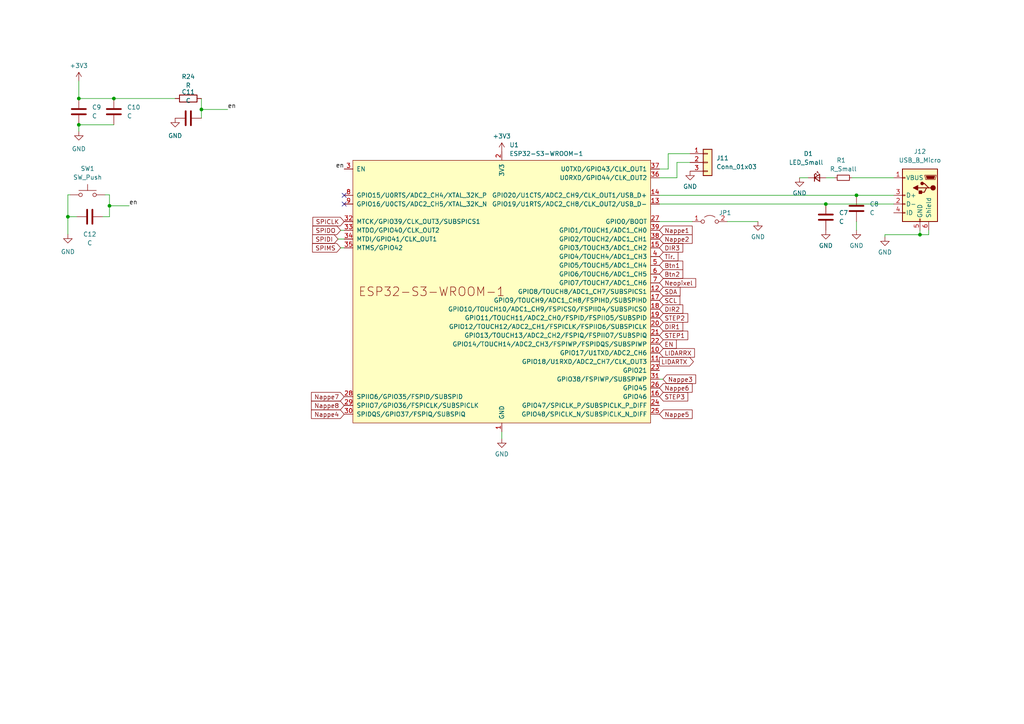
<source format=kicad_sch>
(kicad_sch (version 20230121) (generator eeschema)
  (paper "A4")
  (lib_symbols
    (symbol "Connector:USB_B_Micro" (pin_names (offset 1.016))
      (property "Reference" "J" (at -5.08 11.43 0))
      (property "Value" "USB_B_Micro" (at -5.08 8.89 0))
      (symbol "USB_B_Micro_0_1"
        (rectangle (start -5.08 -7.62) (end 5.08 7.62) (stroke (width 0.254)) (fill (type background)))
        (circle (center -3.81 2.159) (radius 0.635) (stroke (width 0.254)) (fill (type outline)))
        (circle (center -0.635 3.429) (radius 0.381) (stroke (width 0.254)) (fill (type outline)))
        (rectangle (start -0.127 -7.62) (end 0.127 -6.858))
        (polyline (pts (xy -1.905 2.159) (xy 0.635 2.159)) (stroke (width 0.254)))
        (polyline (pts (xy -3.175 2.159) (xy -2.54 2.159) (xy -1.27 3.429) (xy -0.635 3.429)) (stroke (width 0.254)))
        (polyline (pts (xy -2.54 2.159) (xy -1.905 2.159) (xy -1.27 0.889) (xy 0 0.889)) (stroke (width 0.254)))
        (polyline (pts (xy 0.635 2.794) (xy 0.635 1.524) (xy 1.905 2.159) (xy 0.635 2.794)) (stroke (width 0.254)) (fill (type outline)))
        (polyline (pts (xy -4.318 5.588) (xy -1.778 5.588) (xy -2.032 4.826) (xy -4.064 4.826) (xy -4.318 5.588)) (fill (type outline)))
        (polyline (pts (xy -4.699 5.842) (xy -4.699 5.588) (xy -4.445 4.826) (xy -4.445 4.572) (xy -1.651 4.572) (xy -1.651 4.826) (xy -1.397 5.588) (xy -1.397 5.842) (xy -4.699 5.842)))
        (rectangle (start 0.254 1.27) (end -0.508 0.508) (stroke (width 0.254)) (fill (type outline)))
        (rectangle (start 5.08 -5.207) (end 4.318 -4.953))
        (rectangle (start 5.08 -2.667) (end 4.318 -2.413))
        (rectangle (start 5.08 -0.127) (end 4.318 0.127))
        (rectangle (start 5.08 4.953) (end 4.318 5.207))
      )
      (symbol "USB_B_Micro_1_1"
        (pin power_out line (at 7.62 5.08 180) (length 2.54) (name "VBUS") (number "1"))
        (pin bidirectional line (at 7.62 -2.54 180) (length 2.54) (name "D-") (number "2"))
        (pin bidirectional line (at 7.62 0 180) (length 2.54) (name "D+") (number "3"))
        (pin passive line (at 7.62 -5.08 180) (length 2.54) (name "ID") (number "4"))
        (pin power_out line (at 0 -10.16 90) (length 2.54) (name "GND") (number "5"))
        (pin passive line (at -2.54 -10.16 90) (length 2.54) (name "Shield") (number "6"))
      )
    )
    (symbol "Connector_Generic:Conn_01x03" (pin_names (offset 1.016) hide)
      (property "Reference" "J" (at 0 5.08 0))
      (property "Value" "Conn_01x03" (at 0 -5.08 0))
      (symbol "Conn_01x03_1_1"
        (rectangle (start -1.27 -2.413) (end 0 -2.667) (stroke (width 0.1524)))
        (rectangle (start -1.27 0.127) (end 0 -0.127) (stroke (width 0.1524)))
        (rectangle (start -1.27 2.667) (end 0 2.413) (stroke (width 0.1524)))
        (rectangle (start -1.27 3.81) (end 1.27 -3.81) (stroke (width 0.254)) (fill (type background)))
        (pin passive line (at -5.08 2.54 0) (length 3.81) (name "Pin_1") (number "1"))
        (pin passive line (at -5.08 0 0) (length 3.81) (name "Pin_2") (number "2"))
        (pin passive line (at -5.08 -2.54 0) (length 3.81) (name "Pin_3") (number "3"))
      )
    )
    (symbol "Device:C" (pin_numbers hide) (pin_names (offset 0.254))
      (property "Reference" "C" (at 0.635 2.54 0))
      (property "Value" "C" (at 0.635 -2.54 0))
      (symbol "C_0_1"
        (polyline (pts (xy -2.032 -0.762) (xy 2.032 -0.762)) (stroke (width 0.508)))
        (polyline (pts (xy -2.032 0.762) (xy 2.032 0.762)) (stroke (width 0.508)))
      )
      (symbol "C_1_1"
        (pin passive line (at 0 3.81 270) (length 2.794) (name "~") (number "1"))
        (pin passive line (at 0 -3.81 90) (length 2.794) (name "~") (number "2"))
      )
    )
    (symbol "Device:LED_Small" (pin_numbers hide) (pin_names (offset 0.254) hide)
      (property "Reference" "D" (at -1.27 3.175 0))
      (property "Value" "LED_Small" (at -4.445 -2.54 0))
      (symbol "LED_Small_0_1"
        (polyline (pts (xy -0.762 -1.016) (xy -0.762 1.016)) (stroke (width 0.254)))
        (polyline (pts (xy 1.016 0) (xy -0.762 0)))
        (polyline (pts (xy 0.762 -1.016) (xy -0.762 0) (xy 0.762 1.016) (xy 0.762 -1.016)) (stroke (width 0.254)))
        (polyline (pts (xy 0 0.762) (xy -0.508 1.27) (xy -0.254 1.27) (xy -0.508 1.27) (xy -0.508 1.016)))
        (polyline (pts (xy 0.508 1.27) (xy 0 1.778) (xy 0.254 1.778) (xy 0 1.778) (xy 0 1.524)))
      )
      (symbol "LED_Small_1_1"
        (pin passive line (at -2.54 0 0) (length 1.778) (name "K") (number "1"))
        (pin passive line (at 2.54 0 180) (length 1.778) (name "A") (number "2"))
      )
    )
    (symbol "Device:R" (pin_numbers hide) (pin_names (offset 0))
      (property "Reference" "R" (at 2.032 0 90))
      (property "Value" "R" (at 0 0 90))
      (symbol "R_0_1"
        (rectangle (start -1.016 -2.54) (end 1.016 2.54) (stroke (width 0.254)))
      )
      (symbol "R_1_1"
        (pin passive line (at 0 3.81 270) (length 1.27) (name "~") (number "1"))
        (pin passive line (at 0 -3.81 90) (length 1.27) (name "~") (number "2"))
      )
    )
    (symbol "Device:R_Small" (pin_numbers hide) (pin_names (offset 0.254) hide)
      (property "Reference" "R" (at 0.762 0.508 0))
      (property "Value" "R_Small" (at 0.762 -1.016 0))
      (symbol "R_Small_0_1"
        (rectangle (start -0.762 1.778) (end 0.762 -1.778) (stroke (width 0.2032)))
      )
      (symbol "R_Small_1_1"
        (pin passive line (at 0 2.54 270) (length 0.762) (name "~") (number "1"))
        (pin passive line (at 0 -2.54 90) (length 0.762) (name "~") (number "2"))
      )
    )
    (symbol "ESP32:ESP32-S3-WROOM-1" (pin_names (offset 1.016))
      (property "Reference" "U" (at -43.18 43.18 0))
      (property "Value" "ESP32-S3-WROOM-1" (at -43.18 40.64 0))
      (symbol "ESP32-S3-WROOM-1_0_0"
        (text "ESP32-S3-WROOM-1" (at -20.32 0 0) (effects (font (size 2.54 2.54))))
        (pin power_in line (at 0 -40.64 90) (length 2.54) (name "GND") (number "1"))
        (pin bidirectional line (at 45.72 -17.78 180) (length 2.54) (name "GPIO17/U1TXD/ADC2_CH6") (number "10"))
        (pin bidirectional line (at 45.72 -20.32 180) (length 2.54) (name "GPIO18/U1RXD/ADC2_CH7/CLK_OUT3") (number "11"))
        (pin bidirectional line (at 45.72 0 180) (length 2.54) (name "GPIO8/TOUCH8/ADC1_CH7/SUBSPICS1") (number "12"))
        (pin bidirectional line (at 45.72 25.4 180) (length 2.54) (name "GPIO19/U1RTS/ADC2_CH8/CLK_OUT2/USB_D-") (number "13"))
        (pin bidirectional line (at 45.72 27.94 180) (length 2.54) (name "GPIO20/U1CTS/ADC2_CH9/CLK_OUT1/USB_D+") (number "14"))
        (pin bidirectional line (at 45.72 12.7 180) (length 2.54) (name "GPIO3/TOUCH3/ADC1_CH2") (number "15"))
        (pin bidirectional line (at 45.72 -30.48 180) (length 2.54) (name "GPIO46") (number "16"))
        (pin bidirectional line (at 45.72 -2.54 180) (length 2.54) (name "GPIO9/TOUCH9/ADC1_CH8/FSPIHD/SUBSPIHD") (number "17"))
        (pin bidirectional line (at 45.72 -5.08 180) (length 2.54) (name "GPIO10/TOUCH10/ADC1_CH9/FSPICS0/FSPIIO4/SUBSPICS0") (number "18"))
        (pin bidirectional line (at 45.72 -7.62 180) (length 2.54) (name "GPIO11/TOUCH11/ADC2_CH0/FSPID/FSPIIO5/SUBSPID") (number "19"))
        (pin power_in line (at 0 40.64 270) (length 2.54) (name "3V3") (number "2"))
        (pin bidirectional line (at 45.72 -10.16 180) (length 2.54) (name "GPIO12/TOUCH12/ADC2_CH1/FSPICLK/FSPIIO6/SUBSPICLK") (number "20"))
        (pin bidirectional line (at 45.72 -12.7 180) (length 2.54) (name "GPIO13/TOUCH13/ADC2_CH2/FSPIQ/FSPIIO7/SUBSPIQ") (number "21"))
        (pin bidirectional line (at 45.72 -15.24 180) (length 2.54) (name "GPIO14/TOUCH14/ADC2_CH3/FSPIWP/FSPIDQS/SUBSPIWP") (number "22"))
        (pin bidirectional line (at 45.72 -22.86 180) (length 2.54) (name "GPIO21") (number "23"))
        (pin bidirectional line (at 45.72 -33.02 180) (length 2.54) (name "GPIO47/SPICLK_P/SUBSPICLK_P_DIFF") (number "24"))
        (pin bidirectional line (at 45.72 -35.56 180) (length 2.54) (name "GPIO48/SPICLK_N/SUBSPICLK_N_DIFF") (number "25"))
        (pin bidirectional line (at 45.72 -27.94 180) (length 2.54) (name "GPIO45") (number "26"))
        (pin bidirectional line (at 45.72 20.32 180) (length 2.54) (name "GPIO0/BOOT") (number "27"))
        (pin bidirectional line (at -45.72 -30.48 0) (length 2.54) (name "SPIIO6/GPIO35/FSPID/SUBSPID") (number "28"))
        (pin bidirectional line (at -45.72 -33.02 0) (length 2.54) (name "SPIIO7/GPIO36/FSPICLK/SUBSPICLK") (number "29"))
        (pin input line (at -45.72 35.56 0) (length 2.54) (name "EN") (number "3"))
        (pin bidirectional line (at -45.72 -35.56 0) (length 2.54) (name "SPIDQS/GPIO37/FSPIQ/SUBSPIQ") (number "30"))
        (pin bidirectional line (at 45.72 -25.4 180) (length 2.54) (name "GPIO38/FSPIWP/SUBSPIWP") (number "31"))
        (pin bidirectional line (at -45.72 20.32 0) (length 2.54) (name "MTCK/GPIO39/CLK_OUT3/SUBSPICS1") (number "32"))
        (pin bidirectional line (at -45.72 17.78 0) (length 2.54) (name "MTDO/GPIO40/CLK_OUT2") (number "33"))
        (pin bidirectional line (at -45.72 15.24 0) (length 2.54) (name "MTDI/GPIO41/CLK_OUT1") (number "34"))
        (pin bidirectional line (at -45.72 12.7 0) (length 2.54) (name "MTMS/GPIO42") (number "35"))
        (pin bidirectional line (at 45.72 33.02 180) (length 2.54) (name "U0RXD/GPIO44/CLK_OUT2") (number "36"))
        (pin bidirectional line (at 45.72 35.56 180) (length 2.54) (name "U0TXD/GPIO43/CLK_OUT1") (number "37"))
        (pin bidirectional line (at 45.72 15.24 180) (length 2.54) (name "GPIO2/TOUCH2/ADC1_CH1") (number "38"))
        (pin bidirectional line (at 45.72 17.78 180) (length 2.54) (name "GPIO1/TOUCH1/ADC1_CH0") (number "39"))
        (pin bidirectional line (at 45.72 10.16 180) (length 2.54) (name "GPIO4/TOUCH4/ADC1_CH3") (number "4"))
        (pin passive line (at 0 -40.64 90) (length 2.54) hide (name "GND") (number "40"))
        (pin passive line (at 0 -40.64 90) (length 2.54) hide (name "GND") (number "41"))
        (pin bidirectional line (at 45.72 7.62 180) (length 2.54) (name "GPIO5/TOUCH5/ADC1_CH4") (number "5"))
        (pin bidirectional line (at 45.72 5.08 180) (length 2.54) (name "GPIO6/TOUCH6/ADC1_CH5") (number "6"))
        (pin bidirectional line (at 45.72 2.54 180) (length 2.54) (name "GPIO7/TOUCH7/ADC1_CH6") (number "7"))
        (pin bidirectional line (at -45.72 27.94 0) (length 2.54) (name "GPIO15/U0RTS/ADC2_CH4/XTAL_32K_P") (number "8"))
        (pin bidirectional line (at -45.72 25.4 0) (length 2.54) (name "GPIO16/U0CTS/ADC2_CH5/XTAL_32K_N") (number "9"))
      )
      (symbol "ESP32-S3-WROOM-1_0_1"
        (rectangle (start -43.18 38.1) (end 43.18 -38.1) (fill (type background)))
      )
    )
    (symbol "Jumper:Jumper_2_Open" (pin_names (offset 0) hide)
      (property "Reference" "JP" (at 0 2.794 0))
      (property "Value" "Jumper_2_Open" (at 0 -2.286 0))
      (symbol "Jumper_2_Open_0_0"
        (circle (center -2.032 0) (radius 0.508))
        (circle (center 2.032 0) (radius 0.508))
      )
      (symbol "Jumper_2_Open_0_1"
        (arc (start 1.524 1.27) (mid 0 1.778) (end -1.524 1.27))
      )
      (symbol "Jumper_2_Open_1_1"
        (pin passive line (at -5.08 0 0) (length 2.54) (name "A") (number "1"))
        (pin passive line (at 5.08 0 180) (length 2.54) (name "B") (number "2"))
      )
    )
    (symbol "Switch:SW_Push" (pin_numbers hide) (pin_names (offset 1.016) hide)
      (property "Reference" "SW" (at 1.27 2.54 0))
      (property "Value" "SW_Push" (at 0 -1.524 0))
      (symbol "SW_Push_0_1"
        (circle (center -2.032 0) (radius 0.508))
        (polyline (pts (xy 0 1.27) (xy 0 3.048)))
        (polyline (pts (xy 2.54 1.27) (xy -2.54 1.27)))
        (circle (center 2.032 0) (radius 0.508))
        (pin passive line (at -5.08 0 0) (length 2.54) (name "1") (number "1"))
        (pin passive line (at 5.08 0 180) (length 2.54) (name "2") (number "2"))
      )
    )
    (symbol "power:+3.3V" (power) (pin_names (offset 0))
      (property "Value" "+3.3V" (at 0 3.556 0))
      (symbol "+3.3V_0_1"
        (polyline (pts (xy -0.762 1.27) (xy 0 2.54)))
        (polyline (pts (xy 0 0) (xy 0 2.54)))
        (polyline (pts (xy 0 2.54) (xy 0.762 1.27)))
      )
      (symbol "+3.3V_1_1"
        (pin power_in line (at 0 0 90) (length 0) hide (name "+3V3") (number "1"))
      )
    )
    (symbol "power:GND" (power) (pin_names (offset 0))
      (property "Value" "GND" (at 0 -3.81 0))
      (symbol "GND_0_1"
        (polyline (pts (xy 0 0) (xy 0 -1.27) (xy 1.27 -1.27) (xy 0 -2.54) (xy -1.27 -1.27) (xy 0 -1.27)))
      )
      (symbol "GND_1_1"
        (pin power_in line (at 0 0 270) (length 0) hide (name "GND") (number "1"))
      )
    )
  )
  (junction (at 33.02 28.575))
  (junction (at 19.685 62.865))
  (junction (at 58.42 31.75))
  (junction (at 31.75 59.69))
  (junction (at 22.86 36.195))
  (junction (at 248.412 56.642))
  (junction (at 266.827 68.072))
  (junction (at 22.86 28.575))
  (junction (at 239.522 59.182))
  (no_connect (at 99.822 56.642))
  (no_connect (at 99.822 59.182))
  (wire (pts (xy 98.806 66.802) (xy 99.822 66.802)))
  (wire (pts (xy 19.685 56.515) (xy 20.32 56.515)))
  (wire (pts (xy 269.367 68.072) (xy 266.827 68.072)))
  (wire (pts (xy 239.522 59.182) (xy 259.207 59.182)))
  (wire (pts (xy 22.86 28.575) (xy 33.02 28.575)))
  (wire (pts (xy 98.044 69.342) (xy 99.822 69.342)))
  (wire (pts (xy 98.806 71.882) (xy 99.822 71.882)))
  (wire (pts (xy 33.02 28.575) (xy 50.8 28.575)))
  (wire (pts (xy 193.802 49.022) (xy 191.262 49.022)))
  (wire (pts (xy 191.262 64.262) (xy 200.787 64.262)))
  (wire (pts (xy 192.278 109.982) (xy 191.262 109.982)))
  (wire (pts (xy 31.75 56.515) (xy 31.75 59.69)))
  (wire (pts (xy 200.152 47.117) (xy 196.342 47.117)))
  (wire (pts (xy 19.685 67.945) (xy 19.685 62.865)))
  (wire (pts (xy 22.86 38.1) (xy 22.86 36.195)))
  (wire (pts (xy 58.42 28.575) (xy 58.42 31.75)))
  (wire (pts (xy 193.802 44.577) (xy 193.802 49.022)))
  (wire (pts (xy 269.367 66.802) (xy 269.367 68.072)))
  (wire (pts (xy 266.827 68.072) (xy 266.827 66.802)))
  (wire (pts (xy 145.542 127.254) (xy 145.542 125.222)))
  (wire (pts (xy 248.412 56.642) (xy 259.207 56.642)))
  (wire (pts (xy 22.86 23.495) (xy 22.86 28.575)))
  (wire (pts (xy 219.837 64.262) (xy 210.947 64.262)))
  (wire (pts (xy 266.827 68.072) (xy 256.667 68.072)))
  (wire (pts (xy 22.86 36.195) (xy 33.02 36.195)))
  (wire (pts (xy 19.685 62.865) (xy 22.225 62.865)))
  (wire (pts (xy 191.262 56.642) (xy 248.412 56.642)))
  (wire (pts (xy 200.152 44.577) (xy 193.802 44.577)))
  (wire (pts (xy 58.42 31.75) (xy 58.42 34.29)))
  (wire (pts (xy 196.342 47.117) (xy 196.342 51.562)))
  (wire (pts (xy 31.75 59.69) (xy 31.75 62.865)))
  (wire (pts (xy 58.42 31.75) (xy 66.04 31.75)))
  (wire (pts (xy 191.262 59.182) (xy 239.522 59.182)))
  (wire (pts (xy 31.75 56.515) (xy 30.48 56.515)))
  (wire (pts (xy 239.522 51.562) (xy 242.062 51.562)))
  (wire (pts (xy 231.902 51.562) (xy 234.442 51.562)))
  (wire (pts (xy 256.667 68.707) (xy 256.667 68.072)))
  (wire (pts (xy 19.685 56.515) (xy 19.685 62.865)))
  (wire (pts (xy 31.75 62.865) (xy 29.845 62.865)))
  (wire (pts (xy 248.412 66.802) (xy 248.412 64.262)))
  (wire (pts (xy 37.465 59.69) (xy 31.75 59.69)))
  (wire (pts (xy 196.342 51.562) (xy 191.262 51.562)))
  (wire (pts (xy 247.142 51.562) (xy 259.207 51.562)))
  (label "en" (at 66.04 31.75 0))
  (label "en" (at 37.465 59.69 0))
  (label "en" (at 99.822 49.022 180))
  (global_label "Nappe4" (shape input) (at 99.822 120.142 180) (property "Intersheetrefs" "${INTERSHEET_REFS}" (effects hide)))
  (global_label "Nappe3" (shape input) (at 192.278 109.982 0) (property "Intersheetrefs" "${INTERSHEET_REFS}" (effects hide)))
  (global_label "STEP3" (shape input) (at 191.262 115.062 0) (property "Intersheetrefs" "${INTERSHEET_REFS}" (effects hide)))
  (global_label "DIR1" (shape input) (at 191.262 94.742 0) (property "Intersheetrefs" "${INTERSHEET_REFS}" (effects hide)))
  (global_label "Nappe1" (shape input) (at 191.262 66.802 0) (property "Intersheetrefs" "${INTERSHEET_REFS}" (effects hide)))
  (global_label "SCL" (shape input) (at 191.262 87.122 0) (property "Intersheetrefs" "${INTERSHEET_REFS}" (effects hide)))
  (global_label "STEP2" (shape input) (at 191.262 92.202 0) (property "Intersheetrefs" "${INTERSHEET_REFS}" (effects hide)))
  (global_label "SPIDI" (shape input) (at 98.044 69.342 180) (property "Intersheetrefs" "${INTERSHEET_REFS}" (effects hide)))
  (global_label "Btn2" (shape input) (at 191.262 79.502 0) (property "Intersheetrefs" "${INTERSHEET_REFS}" (effects hide)))
  (global_label "DIR3" (shape input) (at 191.262 71.882 0) (property "Intersheetrefs" "${INTERSHEET_REFS}" (effects hide)))
  (global_label "Nappe8" (shape input) (at 99.822 117.602 180) (property "Intersheetrefs" "${INTERSHEET_REFS}" (effects hide)))
  (global_label "Nappe2" (shape input) (at 191.262 69.342 0) (property "Intersheetrefs" "${INTERSHEET_REFS}" (effects hide)))
  (global_label "Nappe5" (shape input) (at 191.262 120.142 0) (property "Intersheetrefs" "${INTERSHEET_REFS}" (effects hide)))
  (global_label "SDA" (shape input) (at 191.262 84.582 0) (property "Intersheetrefs" "${INTERSHEET_REFS}" (effects hide)))
  (global_label "Nappe7" (shape input) (at 99.822 115.062 180) (property "Intersheetrefs" "${INTERSHEET_REFS}" (effects hide)))
  (global_label "STEP1" (shape input) (at 191.262 97.282 0) (property "Intersheetrefs" "${INTERSHEET_REFS}" (effects hide)))
  (global_label "Nappe6" (shape input) (at 191.262 112.522 0) (property "Intersheetrefs" "${INTERSHEET_REFS}" (effects hide)))
  (global_label "Neopixel" (shape input) (at 191.262 82.042 0) (property "Intersheetrefs" "${INTERSHEET_REFS}" (effects hide)))
  (global_label "SPIMS" (shape input) (at 98.806 71.882 180) (property "Intersheetrefs" "${INTERSHEET_REFS}" (effects hide)))
  (global_label "SPIDO" (shape input) (at 98.806 66.802 180) (property "Intersheetrefs" "${INTERSHEET_REFS}" (effects hide)))
  (global_label "LIDARTX" (shape output) (at 191.262 104.902 0) (property "Intersheetrefs" "${INTERSHEET_REFS}" (effects hide)))
  (global_label "SPICLK" (shape input) (at 99.822 64.262 180) (property "Intersheetrefs" "${INTERSHEET_REFS}" (effects hide)))
  (global_label "LIDARRX" (shape input) (at 191.262 102.362 0) (property "Intersheetrefs" "${INTERSHEET_REFS}" (effects hide)))
  (global_label "Tir." (shape input) (at 191.262 74.422 0) (property "Intersheetrefs" "${INTERSHEET_REFS}" (effects hide)))
  (global_label "Btn1" (shape input) (at 191.262 76.962 0) (property "Intersheetrefs" "${INTERSHEET_REFS}" (effects hide)))
  (global_label "EN" (shape input) (at 191.262 99.822 0) (property "Intersheetrefs" "${INTERSHEET_REFS}" (effects hide)))
  (global_label "DIR2" (shape input) (at 191.262 89.662 0) (property "Intersheetrefs" "${INTERSHEET_REFS}" (effects hide)))
  (symbol (lib_id "power:GND") (at 19.685 67.945 0) (unit 1)
    (property "Reference" "#PWR044" (effects hide))
    (property "Value" "GND" (at 19.685 73.025 0))
  )
  (symbol (lib_id "power:+3.3V") (at 145.542 43.942 0) (unit 1)
    (property "Reference" "#PWR032" (effects hide))
    (property "Value" "+3.3V" (at 145.542 39.497 0))
  )
  (symbol (lib_id "power:GND") (at 256.667 68.707 0) (unit 1)
    (property "Reference" "#PWR046" (effects hide))
    (property "Value" "GND" (at 256.667 73.152 0))
  )
  (symbol (lib_id "Jumper:Jumper_2_Open") (at 205.867 64.262 0) (unit 1)
    (property "Reference" "JP1" (at 210.312 61.722 0))
    (property "Value" "Jumper_2_Open" (effects hide))
    (property "Footprint" "Connector_PinHeader_2.54mm:PinHeader_1x02_P2.54mm_Vertical" (effects hide))
  )
  (symbol (lib_id "power:GND") (at 145.542 127.254 0) (unit 1)
    (property "Reference" "#PWR031" (effects hide))
    (property "Value" "GND" (at 145.542 131.699 0))
  )
  (symbol (lib_id "power:GND") (at 22.86 38.1 0) (unit 1)
    (property "Reference" "#PWR042" (effects hide))
    (property "Value" "GND" (at 22.86 43.18 0))
  )
  (symbol (lib_id "power:GND") (at 200.152 49.657 0) (unit 1)
    (property "Reference" "#PWR033" (effects hide))
    (property "Value" "GND" (at 200.152 54.102 0))
  )
  (symbol (lib_id "Device:LED_Small") (at 236.982 51.562 0) (unit 1)
    (property "Reference" "D1" (at 234.442 44.577 0))
    (property "Value" "LED_Small" (at 233.807 47.117 0))
    (property "Footprint" "LED_SMD:LED_1206_3216Metric_Pad1.42x1.75mm_HandSolder" (effects hide))
  )
  (symbol (lib_id "power:GND") (at 248.412 66.802 0) (unit 1)
    (property "Reference" "#PWR045" (effects hide))
    (property "Value" "GND" (at 248.412 71.247 0))
  )
  (symbol (lib_id "power:GND") (at 219.837 64.262 0) (unit 1)
    (property "Reference" "#PWR034" (effects hide))
    (property "Value" "GND" (at 219.837 68.707 0))
  )
  (symbol (lib_id "Switch:SW_Push") (at 25.4 56.515 0) (unit 1)
    (property "Reference" "SW1" (at 25.4 48.895 0))
    (property "Value" "SW_Push" (at 25.4 51.435 0))
    (property "Footprint" "Button_Switch_THT:SW_PUSH_6mm" (effects hide))
  )
  (symbol (lib_id "Device:R_Small") (at 244.602 51.562 90) (unit 1)
    (property "Reference" "R1" (at 243.967 46.482 90))
    (property "Value" "R_Small" (at 244.602 49.022 90))
    (property "Footprint" "Resistor_SMD:R_1206_3216Metric_Pad1.30x1.75mm_HandSolder" (effects hide))
  )
  (symbol (lib_id "Device:C") (at 239.522 62.992 0) (unit 1)
    (property "Reference" "C7" (at 243.332 61.722 0) (effects (justify left)))
    (property "Value" "C" (at 243.332 64.262 0) (effects (justify left)))
    (property "Footprint" "Capacitor_SMD:C_1206_3216Metric_Pad1.33x1.80mm_HandSolder" (effects hide))
  )
  (symbol (lib_id "power:GND") (at 231.902 51.562 0) (unit 1)
    (property "Reference" "#PWR035" (effects hide))
    (property "Value" "GND" (at 231.902 56.007 0))
  )
  (symbol (lib_id "Device:C") (at 248.412 60.452 0) (unit 1)
    (property "Reference" "C8" (at 252.222 59.182 0) (effects (justify left)))
    (property "Value" "C" (at 252.222 61.722 0) (effects (justify left)))
    (property "Footprint" "Capacitor_SMD:C_1206_3216Metric_Pad1.33x1.80mm_HandSolder" (effects hide))
  )
  (symbol (lib_id "power:GND") (at 50.8 34.29 0) (unit 1)
    (property "Reference" "#PWR043" (effects hide))
    (property "Value" "GND" (at 50.8 39.37 0))
  )
  (symbol (lib_id "Connector:USB_B_Micro") (at 266.827 56.642 0) (mirror y) (unit 1)
    (property "Reference" "J12" (at 266.827 43.942 0))
    (property "Value" "USB_B_Micro" (at 266.827 46.482 0))
    (property "Footprint" "Connector_USB:USB_Micro-B_Wuerth_629105150521" (effects hide))
  )
  (symbol (lib_id "ESP32:ESP32-S3-WROOM-1") (at 145.542 84.582 0) (unit 1)
    (property "Reference" "U1" (at 147.7361 42.037 0) (effects (justify left)))
    (property "Value" "ESP32-S3-WROOM-1" (at 147.7361 44.577 0) (effects (justify left)))
    (property "Footprint" "ESP32:ESP32-S3-WROOM-1" (effects hide))
    (property "Datasheet" "https://www.espressif.com/sites/default/files/documentation/esp32-s3-wroom-1_wroom-1u_datasheet_en.pdf" (effects hide))
  )
  (symbol (lib_id "Device:C") (at 26.035 62.865 270) (unit 1)
    (property "Reference" "C12" (at 26.035 67.945 90))
    (property "Value" "C" (at 26.035 70.485 90))
    (property "Footprint" "Capacitor_SMD:C_1206_3216Metric_Pad1.33x1.80mm_HandSolder" (effects hide))
  )
  (symbol (lib_id "Device:R") (at 54.61 28.575 90) (unit 1)
    (property "Reference" "R24" (at 54.61 22.225 90))
    (property "Value" "R" (at 54.61 24.765 90))
    (property "Footprint" "Resistor_SMD:R_1206_3216Metric_Pad1.30x1.75mm_HandSolder" (effects hide))
  )
  (symbol (lib_id "Connector_Generic:Conn_01x03") (at 205.232 47.117 0) (unit 1)
    (property "Reference" "J11" (at 207.772 45.847 0) (effects (justify left)))
    (property "Value" "Conn_01x03" (at 207.772 48.387 0) (effects (justify left)))
    (property "Footprint" "Connector_PinHeader_2.54mm:PinHeader_1x03_P2.54mm_Vertical" (effects hide))
  )
  (symbol (lib_id "Device:C") (at 22.86 32.385 0) (unit 1)
    (property "Reference" "C9" (at 26.67 31.115 0) (effects (justify left)))
    (property "Value" "C" (at 26.67 33.655 0) (effects (justify left)))
    (property "Footprint" "Capacitor_SMD:C_1206_3216Metric_Pad1.33x1.80mm_HandSolder" (effects hide))
  )
  (symbol (lib_id "Device:C") (at 54.61 34.29 270) (unit 1)
    (property "Reference" "C11" (at 54.61 26.67 90))
    (property "Value" "C" (at 54.61 29.21 90))
    (property "Footprint" "Capacitor_SMD:C_1206_3216Metric_Pad1.33x1.80mm_HandSolder" (effects hide))
  )
  (symbol (lib_id "power:+3.3V") (at 22.86 23.495 0) (unit 1)
    (property "Reference" "#PWR041" (effects hide))
    (property "Value" "+3.3V" (at 22.86 19.05 0))
  )
  (symbol (lib_id "power:GND") (at 239.522 66.802 0) (unit 1)
    (property "Reference" "#PWR036" (effects hide))
    (property "Value" "GND" (at 239.522 71.247 0))
  )
  (symbol (lib_id "Device:C") (at 33.02 32.385 0) (unit 1)
    (property "Reference" "C10" (at 36.83 31.115 0) (effects (justify left)))
    (property "Value" "C" (at 36.83 33.655 0) (effects (justify left)))
    (property "Footprint" "Capacitor_SMD:C_1206_3216Metric_Pad1.33x1.80mm_HandSolder" (effects hide))
  )
)
</source>
